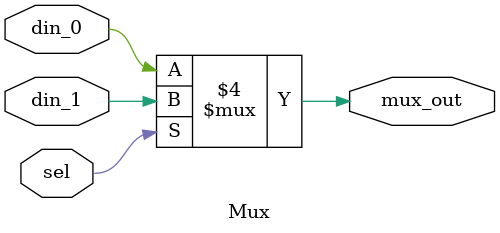
<source format=v>
module Mux(
	input wire din_0, din_1, sel, 
	output reg mux_out
	);


always @*
	if (sel == 1'b0)
		mux_out = din_0;
	else 
		mux_out = din_1;
		
endmodule

</source>
